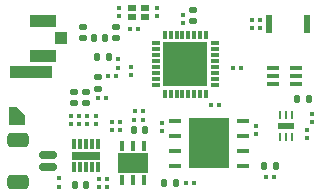
<source format=gbr>
%TF.GenerationSoftware,KiCad,Pcbnew,9.0.0*%
%TF.CreationDate,2025-06-12T14:50:32+02:00*%
%TF.ProjectId,hardware v4 pro max,68617264-7761-4726-9520-76342070726f,rev?*%
%TF.SameCoordinates,Original*%
%TF.FileFunction,Paste,Top*%
%TF.FilePolarity,Positive*%
%FSLAX46Y46*%
G04 Gerber Fmt 4.6, Leading zero omitted, Abs format (unit mm)*
G04 Created by KiCad (PCBNEW 9.0.0) date 2025-06-12 14:50:32*
%MOMM*%
%LPD*%
G01*
G04 APERTURE LIST*
G04 Aperture macros list*
%AMRoundRect*
0 Rectangle with rounded corners*
0 $1 Rounding radius*
0 $2 $3 $4 $5 $6 $7 $8 $9 X,Y pos of 4 corners*
0 Add a 4 corners polygon primitive as box body*
4,1,4,$2,$3,$4,$5,$6,$7,$8,$9,$2,$3,0*
0 Add four circle primitives for the rounded corners*
1,1,$1+$1,$2,$3*
1,1,$1+$1,$4,$5*
1,1,$1+$1,$6,$7*
1,1,$1+$1,$8,$9*
0 Add four rect primitives between the rounded corners*
20,1,$1+$1,$2,$3,$4,$5,0*
20,1,$1+$1,$4,$5,$6,$7,0*
20,1,$1+$1,$6,$7,$8,$9,0*
20,1,$1+$1,$8,$9,$2,$3,0*%
%AMOutline5P*
0 Free polygon, 5 corners , with rotation*
0 The origin of the aperture is its center*
0 number of corners: always 5*
0 $1 to $10 corner X, Y*
0 $11 Rotation angle, in degrees counterclockwise*
0 create outline with 5 corners*
4,1,5,$1,$2,$3,$4,$5,$6,$7,$8,$9,$10,$1,$2,$11*%
%AMOutline6P*
0 Free polygon, 6 corners , with rotation*
0 The origin of the aperture is its center*
0 number of corners: always 6*
0 $1 to $12 corner X, Y*
0 $13 Rotation angle, in degrees counterclockwise*
0 create outline with 6 corners*
4,1,6,$1,$2,$3,$4,$5,$6,$7,$8,$9,$10,$11,$12,$1,$2,$13*%
%AMOutline7P*
0 Free polygon, 7 corners , with rotation*
0 The origin of the aperture is its center*
0 number of corners: always 7*
0 $1 to $14 corner X, Y*
0 $15 Rotation angle, in degrees counterclockwise*
0 create outline with 7 corners*
4,1,7,$1,$2,$3,$4,$5,$6,$7,$8,$9,$10,$11,$12,$13,$14,$1,$2,$15*%
%AMOutline8P*
0 Free polygon, 8 corners , with rotation*
0 The origin of the aperture is its center*
0 number of corners: always 8*
0 $1 to $16 corner X, Y*
0 $17 Rotation angle, in degrees counterclockwise*
0 create outline with 8 corners*
4,1,8,$1,$2,$3,$4,$5,$6,$7,$8,$9,$10,$11,$12,$13,$14,$15,$16,$1,$2,$17*%
G04 Aperture macros list end*
%ADD10RoundRect,0.079500X-0.079500X-0.100500X0.079500X-0.100500X0.079500X0.100500X-0.079500X0.100500X0*%
%ADD11RoundRect,0.079500X0.079500X0.100500X-0.079500X0.100500X-0.079500X-0.100500X0.079500X-0.100500X0*%
%ADD12RoundRect,0.140000X0.140000X0.170000X-0.140000X0.170000X-0.140000X-0.170000X0.140000X-0.170000X0*%
%ADD13R,0.300000X0.850000*%
%ADD14R,2.440000X0.690000*%
%ADD15RoundRect,0.079500X0.100500X-0.079500X0.100500X0.079500X-0.100500X0.079500X-0.100500X-0.079500X0*%
%ADD16RoundRect,0.079500X-0.100500X0.079500X-0.100500X-0.079500X0.100500X-0.079500X0.100500X0.079500X0*%
%ADD17RoundRect,0.140000X0.170000X-0.140000X0.170000X0.140000X-0.170000X0.140000X-0.170000X-0.140000X0*%
%ADD18R,0.250000X0.799999*%
%ADD19R,1.420000X0.610000*%
%ADD20Outline5P,-0.650000X0.750000X0.650000X0.750000X0.650000X-0.750000X0.000000X-0.750000X-0.650000X-0.100000X180.000000*%
%ADD21R,3.600000X1.100000*%
%ADD22R,2.200000X1.050000*%
%ADD23R,1.050000X1.000000*%
%ADD24R,0.550000X1.500000*%
%ADD25R,1.100000X0.400000*%
%ADD26RoundRect,0.140000X-0.140000X-0.170000X0.140000X-0.170000X0.140000X0.170000X-0.140000X0.170000X0*%
%ADD27R,1.050000X0.450000*%
%ADD28R,3.450000X4.350000*%
%ADD29RoundRect,0.147500X0.172500X-0.147500X0.172500X0.147500X-0.172500X0.147500X-0.172500X-0.147500X0*%
%ADD30RoundRect,0.147500X-0.147500X-0.172500X0.147500X-0.172500X0.147500X0.172500X-0.147500X0.172500X0*%
%ADD31R,2.500000X1.700000*%
%ADD32R,0.750000X0.550000*%
%ADD33RoundRect,0.150000X0.625000X-0.150000X0.625000X0.150000X-0.625000X0.150000X-0.625000X-0.150000X0*%
%ADD34RoundRect,0.250000X0.650000X-0.350000X0.650000X0.350000X-0.650000X0.350000X-0.650000X-0.350000X0*%
%ADD35R,0.800000X0.300000*%
%ADD36R,0.300000X0.800000*%
%ADD37R,3.750000X3.750000*%
G04 APERTURE END LIST*
D10*
%TO.C,R4*%
X148045000Y-108820000D03*
X148735000Y-108820000D03*
%TD*%
%TO.C,C11*%
X141255000Y-109350000D03*
X141945000Y-109350000D03*
%TD*%
D11*
%TO.C,R21*%
X137215000Y-96300000D03*
X136525000Y-96300000D03*
%TD*%
D10*
%TO.C,C21*%
X133805000Y-102200000D03*
X134495000Y-102200000D03*
%TD*%
D12*
%TO.C,C20*%
X134710000Y-98720000D03*
X133750000Y-98720000D03*
%TD*%
D13*
%TO.C,IC4*%
X133800000Y-106100000D03*
X133300000Y-106100000D03*
X132800000Y-106100000D03*
X132300000Y-106100000D03*
X131800000Y-106100000D03*
X131800000Y-108000000D03*
X132300000Y-108000000D03*
X132800000Y-108000000D03*
X133300000Y-108000000D03*
X133800000Y-108000000D03*
D14*
X132800000Y-107050000D03*
%TD*%
D15*
%TO.C,R17*%
X132900000Y-104345000D03*
X132900000Y-103655000D03*
%TD*%
D16*
%TO.C,C25*%
X136610000Y-99545000D03*
X136610000Y-100235000D03*
%TD*%
D10*
%TO.C,C22*%
X145205000Y-99650000D03*
X145895000Y-99650000D03*
%TD*%
D17*
%TO.C,C27*%
X132500000Y-97110000D03*
X132500000Y-96150000D03*
%TD*%
D18*
%TO.C,U2*%
X150250000Y-103599998D03*
X149750001Y-103599998D03*
X149250002Y-103599998D03*
X149250002Y-105500000D03*
X149750001Y-105500000D03*
X150250000Y-105500000D03*
D19*
X149750001Y-104549999D03*
%TD*%
D11*
%TO.C,R28*%
X144045000Y-102800000D03*
X143355000Y-102800000D03*
%TD*%
D12*
%TO.C,C3*%
X148850000Y-107900000D03*
X147890000Y-107900000D03*
%TD*%
D17*
%TO.C,C17*%
X131800000Y-102630000D03*
X131800000Y-101670000D03*
%TD*%
D15*
%TO.C,R6*%
X130500000Y-109665000D03*
X130500000Y-108975000D03*
%TD*%
D16*
%TO.C,R16*%
X146800000Y-95555000D03*
X146800000Y-96245000D03*
%TD*%
D20*
%TO.C,BT1*%
X126950000Y-103730000D03*
D21*
X128100000Y-99940000D03*
%TD*%
D10*
%TO.C,R32*%
X134955000Y-104900000D03*
X135645000Y-104900000D03*
%TD*%
D22*
%TO.C,J2*%
X129137500Y-98575000D03*
X129137500Y-95625000D03*
D23*
X130662500Y-97100000D03*
%TD*%
D17*
%TO.C,C28*%
X135350000Y-97120000D03*
X135350000Y-96160000D03*
%TD*%
D10*
%TO.C,C26*%
X134655000Y-100300000D03*
X135345000Y-100300000D03*
%TD*%
D11*
%TO.C,R12*%
X137595000Y-103300000D03*
X136905000Y-103300000D03*
%TD*%
D15*
%TO.C,R26*%
X139200000Y-104945000D03*
X139200000Y-104255000D03*
%TD*%
D16*
%TO.C,C8*%
X138800000Y-94555000D03*
X138800000Y-95245000D03*
%TD*%
%TO.C,C24*%
X133650000Y-103655000D03*
X133650000Y-104345000D03*
%TD*%
D10*
%TO.C,R31*%
X134955000Y-104200000D03*
X135645000Y-104200000D03*
%TD*%
D24*
%TO.C,SW4*%
X151500000Y-95925000D03*
X148250000Y-95925000D03*
%TD*%
D16*
%TO.C,R30*%
X133900000Y-109055000D03*
X133900000Y-109745000D03*
%TD*%
D25*
%TO.C,D6*%
X148600000Y-99650000D03*
X148600000Y-100300000D03*
X148600000Y-100950000D03*
X150600000Y-100950000D03*
X150600000Y-100300000D03*
X150600000Y-99650000D03*
%TD*%
D15*
%TO.C,R13*%
X147200000Y-105225000D03*
X147200000Y-104535000D03*
%TD*%
D10*
%TO.C,R11*%
X136885000Y-104050000D03*
X137575000Y-104050000D03*
%TD*%
D16*
%TO.C,R3*%
X151500000Y-104905000D03*
X151500000Y-105595000D03*
%TD*%
D26*
%TO.C,C5*%
X136850000Y-104900000D03*
X137810000Y-104900000D03*
%TD*%
D27*
%TO.C,IC2*%
X146050000Y-107905000D03*
X146050000Y-106635000D03*
X146050000Y-105365000D03*
X146050000Y-104095000D03*
X140350000Y-104095000D03*
X140350000Y-105365000D03*
X140350000Y-106635000D03*
X140350000Y-107905000D03*
D28*
X143200000Y-106000000D03*
%TD*%
D15*
%TO.C,R25*%
X135510000Y-99590000D03*
X135510000Y-98900000D03*
%TD*%
D29*
%TO.C,L1*%
X133800000Y-101385000D03*
X133800000Y-100415000D03*
%TD*%
D30*
%TO.C,D1*%
X150680000Y-102250000D03*
X151650000Y-102250000D03*
%TD*%
D15*
%TO.C,R29*%
X134600000Y-109745000D03*
X134600000Y-109055000D03*
%TD*%
%TO.C,C15*%
X141000000Y-95795000D03*
X141000000Y-95105000D03*
%TD*%
D13*
%TO.C,IC3*%
X135800000Y-109100000D03*
X136750000Y-109100000D03*
X137700000Y-109100000D03*
X137700000Y-106200000D03*
X136750000Y-106200000D03*
X135800000Y-106200000D03*
D31*
X136750000Y-107650000D03*
%TD*%
D32*
%TO.C,Y1*%
X136650000Y-95275000D03*
X137750000Y-95275000D03*
X137750000Y-94525000D03*
X136650000Y-94525000D03*
%TD*%
D16*
%TO.C,C2*%
X135600000Y-94555000D03*
X135600000Y-95245000D03*
%TD*%
%TO.C,C13*%
X132200000Y-103655000D03*
X132200000Y-104345000D03*
%TD*%
D12*
%TO.C,C23*%
X132780000Y-109500000D03*
X131820000Y-109500000D03*
%TD*%
D30*
%TO.C,L2*%
X133430000Y-97110000D03*
X134400000Y-97110000D03*
%TD*%
D15*
%TO.C,R5*%
X151900000Y-104195000D03*
X151900000Y-103505000D03*
%TD*%
D26*
%TO.C,C4*%
X139420000Y-109400000D03*
X140380000Y-109400000D03*
%TD*%
D33*
%TO.C,U3*%
X129575000Y-108000000D03*
X129575000Y-107000000D03*
D34*
X127050000Y-109300000D03*
X127050000Y-105700000D03*
%TD*%
D35*
%TO.C,IC1*%
X138700000Y-97550000D03*
X138700000Y-98050000D03*
X138700000Y-98550000D03*
X138700000Y-99050000D03*
X138700000Y-99550000D03*
X138700000Y-100050000D03*
X138700000Y-100550000D03*
X138700000Y-101050000D03*
D36*
X139450000Y-101800000D03*
X139950000Y-101800000D03*
X140450000Y-101800000D03*
X140950000Y-101800000D03*
X141450000Y-101800000D03*
X141950000Y-101800000D03*
X142450000Y-101800000D03*
X142950000Y-101800000D03*
D35*
X143700000Y-101050000D03*
X143700000Y-100550000D03*
X143700000Y-100050000D03*
X143700000Y-99550000D03*
X143700000Y-99050000D03*
X143700000Y-98550000D03*
X143700000Y-98050000D03*
X143700000Y-97550000D03*
D36*
X142950000Y-96800000D03*
X142450000Y-96800000D03*
X141950000Y-96800000D03*
X141450000Y-96800000D03*
X140950000Y-96800000D03*
X140450000Y-96800000D03*
X139950000Y-96800000D03*
X139450000Y-96800000D03*
D37*
X141200000Y-99300000D03*
%TD*%
D16*
%TO.C,R18*%
X131500000Y-103655000D03*
X131500000Y-104345000D03*
%TD*%
%TO.C,C18*%
X147500000Y-95555000D03*
X147500000Y-96245000D03*
%TD*%
D17*
%TO.C,C16*%
X141850000Y-95680000D03*
X141850000Y-94720000D03*
%TD*%
%TO.C,C12*%
X132750000Y-102630000D03*
X132750000Y-101670000D03*
%TD*%
M02*

</source>
